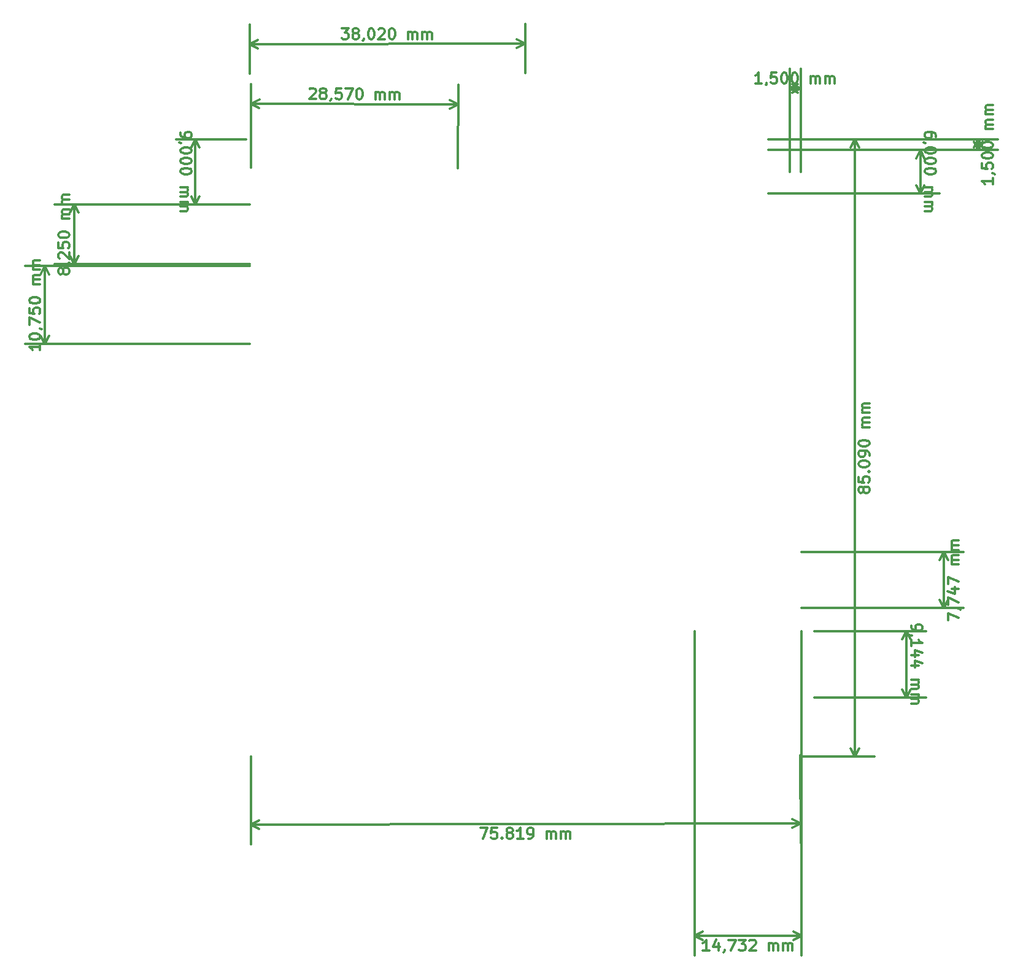
<source format=gbr>
G04 #@! TF.GenerationSoftware,KiCad,Pcbnew,5.1.6-c6e7f7d~86~ubuntu20.04.1*
G04 #@! TF.CreationDate,2020-06-09T07:54:05+01:00*
G04 #@! TF.ProjectId,flypi,666c7970-692e-46b6-9963-61645f706362,rev?*
G04 #@! TF.SameCoordinates,Original*
G04 #@! TF.FileFunction,Other,ECO2*
%FSLAX46Y46*%
G04 Gerber Fmt 4.6, Leading zero omitted, Abs format (unit mm)*
G04 Created by KiCad (PCBNEW 5.1.6-c6e7f7d~86~ubuntu20.04.1) date 2020-06-09 07:54:05*
%MOMM*%
%LPD*%
G01*
G04 APERTURE LIST*
%ADD10C,0.300000*%
G04 APERTURE END LIST*
D10*
X113261147Y-42122758D02*
X113332776Y-42051530D01*
X113475832Y-41980501D01*
X113832974Y-41981501D01*
X113975630Y-42053330D01*
X114046858Y-42124958D01*
X114117887Y-42268015D01*
X114117487Y-42410871D01*
X114045458Y-42624956D01*
X113185919Y-43479695D01*
X114114487Y-43482296D01*
X114974026Y-42627556D02*
X114831370Y-42555728D01*
X114760141Y-42484100D01*
X114689113Y-42341043D01*
X114689313Y-42269615D01*
X114761141Y-42126958D01*
X114832770Y-42055730D01*
X114975826Y-41984702D01*
X115261539Y-41985502D01*
X115404196Y-42057330D01*
X115475424Y-42128958D01*
X115546453Y-42272015D01*
X115546253Y-42343443D01*
X115474424Y-42486100D01*
X115402796Y-42557328D01*
X115259739Y-42628356D01*
X114974026Y-42627556D01*
X114830970Y-42698584D01*
X114759341Y-42769813D01*
X114687513Y-42912469D01*
X114686713Y-43198182D01*
X114757741Y-43341239D01*
X114828969Y-43412867D01*
X114971626Y-43484696D01*
X115257339Y-43485496D01*
X115400396Y-43414467D01*
X115472024Y-43343239D01*
X115543852Y-43200583D01*
X115544652Y-42914869D01*
X115473624Y-42771813D01*
X115402396Y-42700185D01*
X115259739Y-42628356D01*
X116257535Y-43416868D02*
X116257335Y-43488296D01*
X116185507Y-43630952D01*
X116113879Y-43702181D01*
X117618673Y-41992102D02*
X116904390Y-41990102D01*
X116830962Y-42704185D01*
X116902590Y-42632956D01*
X117045647Y-42561928D01*
X117402788Y-42562928D01*
X117545445Y-42634757D01*
X117616673Y-42706385D01*
X117687701Y-42849441D01*
X117686701Y-43206583D01*
X117614873Y-43349239D01*
X117543245Y-43420468D01*
X117400188Y-43491496D01*
X117043047Y-43490496D01*
X116900390Y-43418668D01*
X116829162Y-43347039D01*
X118190099Y-41993702D02*
X119190095Y-41996502D01*
X118543041Y-43494696D01*
X120047235Y-41998902D02*
X120190092Y-41999302D01*
X120332748Y-42071131D01*
X120403976Y-42142759D01*
X120475005Y-42285815D01*
X120545633Y-42571729D01*
X120544633Y-42928870D01*
X120472405Y-43214383D01*
X120400576Y-43357040D01*
X120328948Y-43428268D01*
X120185891Y-43499296D01*
X120043035Y-43498896D01*
X119900378Y-43427068D01*
X119829150Y-43355440D01*
X119758122Y-43212383D01*
X119687493Y-42926470D01*
X119688493Y-42569329D01*
X119760722Y-42283815D01*
X119832550Y-42141159D01*
X119904178Y-42069930D01*
X120047235Y-41998902D01*
X122328740Y-43505297D02*
X122331540Y-42505301D01*
X122331140Y-42648157D02*
X122402768Y-42576929D01*
X122545825Y-42505901D01*
X122760110Y-42506501D01*
X122902767Y-42578329D01*
X122973795Y-42721386D01*
X122971595Y-43507097D01*
X122973795Y-42721386D02*
X123045623Y-42578729D01*
X123188680Y-42507701D01*
X123402965Y-42508301D01*
X123545621Y-42580129D01*
X123616649Y-42723186D01*
X123614449Y-43508897D01*
X124328732Y-43510897D02*
X124331532Y-42510901D01*
X124331132Y-42653757D02*
X124402761Y-42582529D01*
X124545817Y-42511501D01*
X124760102Y-42512101D01*
X124902759Y-42583929D01*
X124973787Y-42726986D01*
X124971587Y-43512697D01*
X124973787Y-42726986D02*
X125045615Y-42584329D01*
X125188672Y-42513301D01*
X125402957Y-42513901D01*
X125545613Y-42585729D01*
X125616642Y-42728786D01*
X125614441Y-43514497D01*
X133754729Y-44208723D02*
X105184729Y-44128723D01*
X133730000Y-53040000D02*
X133762289Y-41508734D01*
X105160000Y-52960000D02*
X105192289Y-41428734D01*
X105184729Y-44128723D02*
X106312870Y-43545459D01*
X105184729Y-44128723D02*
X106309586Y-44718296D01*
X133754729Y-44208723D02*
X132629872Y-43619150D01*
X133754729Y-44208723D02*
X132626588Y-44791987D01*
X76078571Y-77232142D02*
X76078571Y-78089285D01*
X76078571Y-77660714D02*
X74578571Y-77660714D01*
X74792857Y-77803571D01*
X74935714Y-77946428D01*
X75007142Y-78089285D01*
X74578571Y-76303571D02*
X74578571Y-76160714D01*
X74650000Y-76017857D01*
X74721428Y-75946428D01*
X74864285Y-75875000D01*
X75150000Y-75803571D01*
X75507142Y-75803571D01*
X75792857Y-75875000D01*
X75935714Y-75946428D01*
X76007142Y-76017857D01*
X76078571Y-76160714D01*
X76078571Y-76303571D01*
X76007142Y-76446428D01*
X75935714Y-76517857D01*
X75792857Y-76589285D01*
X75507142Y-76660714D01*
X75150000Y-76660714D01*
X74864285Y-76589285D01*
X74721428Y-76517857D01*
X74650000Y-76446428D01*
X74578571Y-76303571D01*
X76007142Y-75089285D02*
X76078571Y-75089285D01*
X76221428Y-75160714D01*
X76292857Y-75232142D01*
X74578571Y-74589285D02*
X74578571Y-73589285D01*
X76078571Y-74232142D01*
X74578571Y-72303571D02*
X74578571Y-73017857D01*
X75292857Y-73089285D01*
X75221428Y-73017857D01*
X75150000Y-72875000D01*
X75150000Y-72517857D01*
X75221428Y-72375000D01*
X75292857Y-72303571D01*
X75435714Y-72232142D01*
X75792857Y-72232142D01*
X75935714Y-72303571D01*
X76007142Y-72375000D01*
X76078571Y-72517857D01*
X76078571Y-72875000D01*
X76007142Y-73017857D01*
X75935714Y-73089285D01*
X74578571Y-71303571D02*
X74578571Y-71160714D01*
X74650000Y-71017857D01*
X74721428Y-70946428D01*
X74864285Y-70875000D01*
X75150000Y-70803571D01*
X75507142Y-70803571D01*
X75792857Y-70875000D01*
X75935714Y-70946428D01*
X76007142Y-71017857D01*
X76078571Y-71160714D01*
X76078571Y-71303571D01*
X76007142Y-71446428D01*
X75935714Y-71517857D01*
X75792857Y-71589285D01*
X75507142Y-71660714D01*
X75150000Y-71660714D01*
X74864285Y-71589285D01*
X74721428Y-71517857D01*
X74650000Y-71446428D01*
X74578571Y-71303571D01*
X76078571Y-69017857D02*
X75078571Y-69017857D01*
X75221428Y-69017857D02*
X75150000Y-68946428D01*
X75078571Y-68803571D01*
X75078571Y-68589285D01*
X75150000Y-68446428D01*
X75292857Y-68375000D01*
X76078571Y-68375000D01*
X75292857Y-68375000D02*
X75150000Y-68303571D01*
X75078571Y-68160714D01*
X75078571Y-67946428D01*
X75150000Y-67803571D01*
X75292857Y-67732142D01*
X76078571Y-67732142D01*
X76078571Y-67017857D02*
X75078571Y-67017857D01*
X75221428Y-67017857D02*
X75150000Y-66946428D01*
X75078571Y-66803571D01*
X75078571Y-66589285D01*
X75150000Y-66446428D01*
X75292857Y-66375000D01*
X76078571Y-66375000D01*
X75292857Y-66375000D02*
X75150000Y-66303571D01*
X75078571Y-66160714D01*
X75078571Y-65946428D01*
X75150000Y-65803571D01*
X75292857Y-65732142D01*
X76078571Y-65732142D01*
X76750000Y-77250000D02*
X76750000Y-66500000D01*
X105000000Y-77250000D02*
X74050000Y-77250000D01*
X105000000Y-66500000D02*
X74050000Y-66500000D01*
X76750000Y-66500000D02*
X77336421Y-67626504D01*
X76750000Y-66500000D02*
X76163579Y-67626504D01*
X76750000Y-77250000D02*
X77336421Y-76123496D01*
X76750000Y-77250000D02*
X76163579Y-76123496D01*
X79221428Y-67339285D02*
X79150000Y-67482142D01*
X79078571Y-67553571D01*
X78935714Y-67625000D01*
X78864285Y-67625000D01*
X78721428Y-67553571D01*
X78650000Y-67482142D01*
X78578571Y-67339285D01*
X78578571Y-67053571D01*
X78650000Y-66910714D01*
X78721428Y-66839285D01*
X78864285Y-66767857D01*
X78935714Y-66767857D01*
X79078571Y-66839285D01*
X79150000Y-66910714D01*
X79221428Y-67053571D01*
X79221428Y-67339285D01*
X79292857Y-67482142D01*
X79364285Y-67553571D01*
X79507142Y-67625000D01*
X79792857Y-67625000D01*
X79935714Y-67553571D01*
X80007142Y-67482142D01*
X80078571Y-67339285D01*
X80078571Y-67053571D01*
X80007142Y-66910714D01*
X79935714Y-66839285D01*
X79792857Y-66767857D01*
X79507142Y-66767857D01*
X79364285Y-66839285D01*
X79292857Y-66910714D01*
X79221428Y-67053571D01*
X80007142Y-66053571D02*
X80078571Y-66053571D01*
X80221428Y-66125000D01*
X80292857Y-66196428D01*
X78721428Y-65482142D02*
X78650000Y-65410714D01*
X78578571Y-65267857D01*
X78578571Y-64910714D01*
X78650000Y-64767857D01*
X78721428Y-64696428D01*
X78864285Y-64625000D01*
X79007142Y-64625000D01*
X79221428Y-64696428D01*
X80078571Y-65553571D01*
X80078571Y-64625000D01*
X78578571Y-63267857D02*
X78578571Y-63982142D01*
X79292857Y-64053571D01*
X79221428Y-63982142D01*
X79150000Y-63839285D01*
X79150000Y-63482142D01*
X79221428Y-63339285D01*
X79292857Y-63267857D01*
X79435714Y-63196428D01*
X79792857Y-63196428D01*
X79935714Y-63267857D01*
X80007142Y-63339285D01*
X80078571Y-63482142D01*
X80078571Y-63839285D01*
X80007142Y-63982142D01*
X79935714Y-64053571D01*
X78578571Y-62267857D02*
X78578571Y-62125000D01*
X78650000Y-61982142D01*
X78721428Y-61910714D01*
X78864285Y-61839285D01*
X79150000Y-61767857D01*
X79507142Y-61767857D01*
X79792857Y-61839285D01*
X79935714Y-61910714D01*
X80007142Y-61982142D01*
X80078571Y-62125000D01*
X80078571Y-62267857D01*
X80007142Y-62410714D01*
X79935714Y-62482142D01*
X79792857Y-62553571D01*
X79507142Y-62625000D01*
X79150000Y-62625000D01*
X78864285Y-62553571D01*
X78721428Y-62482142D01*
X78650000Y-62410714D01*
X78578571Y-62267857D01*
X80078571Y-59982142D02*
X79078571Y-59982142D01*
X79221428Y-59982142D02*
X79150000Y-59910714D01*
X79078571Y-59767857D01*
X79078571Y-59553571D01*
X79150000Y-59410714D01*
X79292857Y-59339285D01*
X80078571Y-59339285D01*
X79292857Y-59339285D02*
X79150000Y-59267857D01*
X79078571Y-59125000D01*
X79078571Y-58910714D01*
X79150000Y-58767857D01*
X79292857Y-58696428D01*
X80078571Y-58696428D01*
X80078571Y-57982142D02*
X79078571Y-57982142D01*
X79221428Y-57982142D02*
X79150000Y-57910714D01*
X79078571Y-57767857D01*
X79078571Y-57553571D01*
X79150000Y-57410714D01*
X79292857Y-57339285D01*
X80078571Y-57339285D01*
X79292857Y-57339285D02*
X79150000Y-57267857D01*
X79078571Y-57125000D01*
X79078571Y-56910714D01*
X79150000Y-56767857D01*
X79292857Y-56696428D01*
X80078571Y-56696428D01*
X80750000Y-66250000D02*
X80750000Y-58000000D01*
X105000000Y-66250000D02*
X78050000Y-66250000D01*
X105000000Y-58000000D02*
X78050000Y-58000000D01*
X80750000Y-58000000D02*
X81336421Y-59126504D01*
X80750000Y-58000000D02*
X80163579Y-59126504D01*
X80750000Y-66250000D02*
X81336421Y-65123496D01*
X80750000Y-66250000D02*
X80163579Y-65123496D01*
X95471428Y-48142857D02*
X95471428Y-48428571D01*
X95542857Y-48571428D01*
X95614285Y-48642857D01*
X95828571Y-48785714D01*
X96114285Y-48857142D01*
X96685714Y-48857142D01*
X96828571Y-48785714D01*
X96900000Y-48714285D01*
X96971428Y-48571428D01*
X96971428Y-48285714D01*
X96900000Y-48142857D01*
X96828571Y-48071428D01*
X96685714Y-48000000D01*
X96328571Y-48000000D01*
X96185714Y-48071428D01*
X96114285Y-48142857D01*
X96042857Y-48285714D01*
X96042857Y-48571428D01*
X96114285Y-48714285D01*
X96185714Y-48785714D01*
X96328571Y-48857142D01*
X95542857Y-49571428D02*
X95471428Y-49571428D01*
X95328571Y-49500000D01*
X95257142Y-49428571D01*
X96971428Y-50500000D02*
X96971428Y-50642857D01*
X96900000Y-50785714D01*
X96828571Y-50857142D01*
X96685714Y-50928571D01*
X96400000Y-51000000D01*
X96042857Y-51000000D01*
X95757142Y-50928571D01*
X95614285Y-50857142D01*
X95542857Y-50785714D01*
X95471428Y-50642857D01*
X95471428Y-50500000D01*
X95542857Y-50357142D01*
X95614285Y-50285714D01*
X95757142Y-50214285D01*
X96042857Y-50142857D01*
X96400000Y-50142857D01*
X96685714Y-50214285D01*
X96828571Y-50285714D01*
X96900000Y-50357142D01*
X96971428Y-50500000D01*
X96971428Y-51928571D02*
X96971428Y-52071428D01*
X96900000Y-52214285D01*
X96828571Y-52285714D01*
X96685714Y-52357142D01*
X96400000Y-52428571D01*
X96042857Y-52428571D01*
X95757142Y-52357142D01*
X95614285Y-52285714D01*
X95542857Y-52214285D01*
X95471428Y-52071428D01*
X95471428Y-51928571D01*
X95542857Y-51785714D01*
X95614285Y-51714285D01*
X95757142Y-51642857D01*
X96042857Y-51571428D01*
X96400000Y-51571428D01*
X96685714Y-51642857D01*
X96828571Y-51714285D01*
X96900000Y-51785714D01*
X96971428Y-51928571D01*
X96971428Y-53357142D02*
X96971428Y-53500000D01*
X96900000Y-53642857D01*
X96828571Y-53714285D01*
X96685714Y-53785714D01*
X96400000Y-53857142D01*
X96042857Y-53857142D01*
X95757142Y-53785714D01*
X95614285Y-53714285D01*
X95542857Y-53642857D01*
X95471428Y-53500000D01*
X95471428Y-53357142D01*
X95542857Y-53214285D01*
X95614285Y-53142857D01*
X95757142Y-53071428D01*
X96042857Y-53000000D01*
X96400000Y-53000000D01*
X96685714Y-53071428D01*
X96828571Y-53142857D01*
X96900000Y-53214285D01*
X96971428Y-53357142D01*
X95471428Y-55642857D02*
X96471428Y-55642857D01*
X96328571Y-55642857D02*
X96400000Y-55714285D01*
X96471428Y-55857142D01*
X96471428Y-56071428D01*
X96400000Y-56214285D01*
X96257142Y-56285714D01*
X95471428Y-56285714D01*
X96257142Y-56285714D02*
X96400000Y-56357142D01*
X96471428Y-56500000D01*
X96471428Y-56714285D01*
X96400000Y-56857142D01*
X96257142Y-56928571D01*
X95471428Y-56928571D01*
X95471428Y-57642857D02*
X96471428Y-57642857D01*
X96328571Y-57642857D02*
X96400000Y-57714285D01*
X96471428Y-57857142D01*
X96471428Y-58071428D01*
X96400000Y-58214285D01*
X96257142Y-58285714D01*
X95471428Y-58285714D01*
X96257142Y-58285714D02*
X96400000Y-58357142D01*
X96471428Y-58500000D01*
X96471428Y-58714285D01*
X96400000Y-58857142D01*
X96257142Y-58928571D01*
X95471428Y-58928571D01*
X97500000Y-49000000D02*
X97500000Y-58000000D01*
X104500000Y-49000000D02*
X94800000Y-49000000D01*
X104500000Y-58000000D02*
X94800000Y-58000000D01*
X97500000Y-58000000D02*
X96913579Y-56873496D01*
X97500000Y-58000000D02*
X98086421Y-56873496D01*
X97500000Y-49000000D02*
X96913579Y-50126504D01*
X97500000Y-49000000D02*
X98086421Y-50126504D01*
X175607142Y-41328571D02*
X174750000Y-41328571D01*
X175178571Y-41328571D02*
X175178571Y-39828571D01*
X175035714Y-40042857D01*
X174892857Y-40185714D01*
X174750000Y-40257142D01*
X176321428Y-41257142D02*
X176321428Y-41328571D01*
X176250000Y-41471428D01*
X176178571Y-41542857D01*
X177678571Y-39828571D02*
X176964285Y-39828571D01*
X176892857Y-40542857D01*
X176964285Y-40471428D01*
X177107142Y-40400000D01*
X177464285Y-40400000D01*
X177607142Y-40471428D01*
X177678571Y-40542857D01*
X177750000Y-40685714D01*
X177750000Y-41042857D01*
X177678571Y-41185714D01*
X177607142Y-41257142D01*
X177464285Y-41328571D01*
X177107142Y-41328571D01*
X176964285Y-41257142D01*
X176892857Y-41185714D01*
X178678571Y-39828571D02*
X178821428Y-39828571D01*
X178964285Y-39900000D01*
X179035714Y-39971428D01*
X179107142Y-40114285D01*
X179178571Y-40400000D01*
X179178571Y-40757142D01*
X179107142Y-41042857D01*
X179035714Y-41185714D01*
X178964285Y-41257142D01*
X178821428Y-41328571D01*
X178678571Y-41328571D01*
X178535714Y-41257142D01*
X178464285Y-41185714D01*
X178392857Y-41042857D01*
X178321428Y-40757142D01*
X178321428Y-40400000D01*
X178392857Y-40114285D01*
X178464285Y-39971428D01*
X178535714Y-39900000D01*
X178678571Y-39828571D01*
X180107142Y-39828571D02*
X180250000Y-39828571D01*
X180392857Y-39900000D01*
X180464285Y-39971428D01*
X180535714Y-40114285D01*
X180607142Y-40400000D01*
X180607142Y-40757142D01*
X180535714Y-41042857D01*
X180464285Y-41185714D01*
X180392857Y-41257142D01*
X180250000Y-41328571D01*
X180107142Y-41328571D01*
X179964285Y-41257142D01*
X179892857Y-41185714D01*
X179821428Y-41042857D01*
X179750000Y-40757142D01*
X179750000Y-40400000D01*
X179821428Y-40114285D01*
X179892857Y-39971428D01*
X179964285Y-39900000D01*
X180107142Y-39828571D01*
X182392857Y-41328571D02*
X182392857Y-40328571D01*
X182392857Y-40471428D02*
X182464285Y-40400000D01*
X182607142Y-40328571D01*
X182821428Y-40328571D01*
X182964285Y-40400000D01*
X183035714Y-40542857D01*
X183035714Y-41328571D01*
X183035714Y-40542857D02*
X183107142Y-40400000D01*
X183250000Y-40328571D01*
X183464285Y-40328571D01*
X183607142Y-40400000D01*
X183678571Y-40542857D01*
X183678571Y-41328571D01*
X184392857Y-41328571D02*
X184392857Y-40328571D01*
X184392857Y-40471428D02*
X184464285Y-40400000D01*
X184607142Y-40328571D01*
X184821428Y-40328571D01*
X184964285Y-40400000D01*
X185035714Y-40542857D01*
X185035714Y-41328571D01*
X185035714Y-40542857D02*
X185107142Y-40400000D01*
X185250000Y-40328571D01*
X185464285Y-40328571D01*
X185607142Y-40400000D01*
X185678571Y-40542857D01*
X185678571Y-41328571D01*
X179500000Y-42000000D02*
X181000000Y-42000000D01*
X179500000Y-53500000D02*
X179500000Y-39300000D01*
X181000000Y-53500000D02*
X181000000Y-39300000D01*
X181000000Y-42000000D02*
X179873496Y-42586421D01*
X181000000Y-42000000D02*
X179873496Y-41413579D01*
X179500000Y-42000000D02*
X180626504Y-42586421D01*
X179500000Y-42000000D02*
X180626504Y-41413579D01*
X207528571Y-54392857D02*
X207528571Y-55250000D01*
X207528571Y-54821428D02*
X206028571Y-54821428D01*
X206242857Y-54964285D01*
X206385714Y-55107142D01*
X206457142Y-55250000D01*
X207457142Y-53678571D02*
X207528571Y-53678571D01*
X207671428Y-53750000D01*
X207742857Y-53821428D01*
X206028571Y-52321428D02*
X206028571Y-53035714D01*
X206742857Y-53107142D01*
X206671428Y-53035714D01*
X206600000Y-52892857D01*
X206600000Y-52535714D01*
X206671428Y-52392857D01*
X206742857Y-52321428D01*
X206885714Y-52250000D01*
X207242857Y-52250000D01*
X207385714Y-52321428D01*
X207457142Y-52392857D01*
X207528571Y-52535714D01*
X207528571Y-52892857D01*
X207457142Y-53035714D01*
X207385714Y-53107142D01*
X206028571Y-51321428D02*
X206028571Y-51178571D01*
X206100000Y-51035714D01*
X206171428Y-50964285D01*
X206314285Y-50892857D01*
X206600000Y-50821428D01*
X206957142Y-50821428D01*
X207242857Y-50892857D01*
X207385714Y-50964285D01*
X207457142Y-51035714D01*
X207528571Y-51178571D01*
X207528571Y-51321428D01*
X207457142Y-51464285D01*
X207385714Y-51535714D01*
X207242857Y-51607142D01*
X206957142Y-51678571D01*
X206600000Y-51678571D01*
X206314285Y-51607142D01*
X206171428Y-51535714D01*
X206100000Y-51464285D01*
X206028571Y-51321428D01*
X206028571Y-49892857D02*
X206028571Y-49750000D01*
X206100000Y-49607142D01*
X206171428Y-49535714D01*
X206314285Y-49464285D01*
X206600000Y-49392857D01*
X206957142Y-49392857D01*
X207242857Y-49464285D01*
X207385714Y-49535714D01*
X207457142Y-49607142D01*
X207528571Y-49750000D01*
X207528571Y-49892857D01*
X207457142Y-50035714D01*
X207385714Y-50107142D01*
X207242857Y-50178571D01*
X206957142Y-50250000D01*
X206600000Y-50250000D01*
X206314285Y-50178571D01*
X206171428Y-50107142D01*
X206100000Y-50035714D01*
X206028571Y-49892857D01*
X207528571Y-47607142D02*
X206528571Y-47607142D01*
X206671428Y-47607142D02*
X206600000Y-47535714D01*
X206528571Y-47392857D01*
X206528571Y-47178571D01*
X206600000Y-47035714D01*
X206742857Y-46964285D01*
X207528571Y-46964285D01*
X206742857Y-46964285D02*
X206600000Y-46892857D01*
X206528571Y-46750000D01*
X206528571Y-46535714D01*
X206600000Y-46392857D01*
X206742857Y-46321428D01*
X207528571Y-46321428D01*
X207528571Y-45607142D02*
X206528571Y-45607142D01*
X206671428Y-45607142D02*
X206600000Y-45535714D01*
X206528571Y-45392857D01*
X206528571Y-45178571D01*
X206600000Y-45035714D01*
X206742857Y-44964285D01*
X207528571Y-44964285D01*
X206742857Y-44964285D02*
X206600000Y-44892857D01*
X206528571Y-44750000D01*
X206528571Y-44535714D01*
X206600000Y-44392857D01*
X206742857Y-44321428D01*
X207528571Y-44321428D01*
X205500000Y-50500000D02*
X205500000Y-49000000D01*
X176500000Y-50500000D02*
X208200000Y-50500000D01*
X176500000Y-49000000D02*
X208200000Y-49000000D01*
X205500000Y-49000000D02*
X206086421Y-50126504D01*
X205500000Y-49000000D02*
X204913579Y-50126504D01*
X205500000Y-50500000D02*
X206086421Y-49373496D01*
X205500000Y-50500000D02*
X204913579Y-49373496D01*
X199671428Y-48714285D02*
X199671428Y-48428571D01*
X199600000Y-48285714D01*
X199528571Y-48214285D01*
X199314285Y-48071428D01*
X199028571Y-48000000D01*
X198457142Y-48000000D01*
X198314285Y-48071428D01*
X198242857Y-48142857D01*
X198171428Y-48285714D01*
X198171428Y-48571428D01*
X198242857Y-48714285D01*
X198314285Y-48785714D01*
X198457142Y-48857142D01*
X198814285Y-48857142D01*
X198957142Y-48785714D01*
X199028571Y-48714285D01*
X199100000Y-48571428D01*
X199100000Y-48285714D01*
X199028571Y-48142857D01*
X198957142Y-48071428D01*
X198814285Y-48000000D01*
X198242857Y-49571428D02*
X198171428Y-49571428D01*
X198028571Y-49500000D01*
X197957142Y-49428571D01*
X199671428Y-50500000D02*
X199671428Y-50642857D01*
X199600000Y-50785714D01*
X199528571Y-50857142D01*
X199385714Y-50928571D01*
X199100000Y-51000000D01*
X198742857Y-51000000D01*
X198457142Y-50928571D01*
X198314285Y-50857142D01*
X198242857Y-50785714D01*
X198171428Y-50642857D01*
X198171428Y-50500000D01*
X198242857Y-50357142D01*
X198314285Y-50285714D01*
X198457142Y-50214285D01*
X198742857Y-50142857D01*
X199100000Y-50142857D01*
X199385714Y-50214285D01*
X199528571Y-50285714D01*
X199600000Y-50357142D01*
X199671428Y-50500000D01*
X199671428Y-51928571D02*
X199671428Y-52071428D01*
X199600000Y-52214285D01*
X199528571Y-52285714D01*
X199385714Y-52357142D01*
X199100000Y-52428571D01*
X198742857Y-52428571D01*
X198457142Y-52357142D01*
X198314285Y-52285714D01*
X198242857Y-52214285D01*
X198171428Y-52071428D01*
X198171428Y-51928571D01*
X198242857Y-51785714D01*
X198314285Y-51714285D01*
X198457142Y-51642857D01*
X198742857Y-51571428D01*
X199100000Y-51571428D01*
X199385714Y-51642857D01*
X199528571Y-51714285D01*
X199600000Y-51785714D01*
X199671428Y-51928571D01*
X199671428Y-53357142D02*
X199671428Y-53500000D01*
X199600000Y-53642857D01*
X199528571Y-53714285D01*
X199385714Y-53785714D01*
X199100000Y-53857142D01*
X198742857Y-53857142D01*
X198457142Y-53785714D01*
X198314285Y-53714285D01*
X198242857Y-53642857D01*
X198171428Y-53500000D01*
X198171428Y-53357142D01*
X198242857Y-53214285D01*
X198314285Y-53142857D01*
X198457142Y-53071428D01*
X198742857Y-53000000D01*
X199100000Y-53000000D01*
X199385714Y-53071428D01*
X199528571Y-53142857D01*
X199600000Y-53214285D01*
X199671428Y-53357142D01*
X198171428Y-55642857D02*
X199171428Y-55642857D01*
X199028571Y-55642857D02*
X199100000Y-55714285D01*
X199171428Y-55857142D01*
X199171428Y-56071428D01*
X199100000Y-56214285D01*
X198957142Y-56285714D01*
X198171428Y-56285714D01*
X198957142Y-56285714D02*
X199100000Y-56357142D01*
X199171428Y-56500000D01*
X199171428Y-56714285D01*
X199100000Y-56857142D01*
X198957142Y-56928571D01*
X198171428Y-56928571D01*
X198171428Y-57642857D02*
X199171428Y-57642857D01*
X199028571Y-57642857D02*
X199100000Y-57714285D01*
X199171428Y-57857142D01*
X199171428Y-58071428D01*
X199100000Y-58214285D01*
X198957142Y-58285714D01*
X198171428Y-58285714D01*
X198957142Y-58285714D02*
X199100000Y-58357142D01*
X199171428Y-58500000D01*
X199171428Y-58714285D01*
X199100000Y-58857142D01*
X198957142Y-58928571D01*
X198171428Y-58928571D01*
X197500000Y-50500000D02*
X197500000Y-56500000D01*
X176500000Y-50500000D02*
X200200000Y-50500000D01*
X176500000Y-56500000D02*
X200200000Y-56500000D01*
X197500000Y-56500000D02*
X196913579Y-55373496D01*
X197500000Y-56500000D02*
X198086421Y-55373496D01*
X197500000Y-50500000D02*
X196913579Y-51626504D01*
X197500000Y-50500000D02*
X198086421Y-51626504D01*
X201315571Y-115362928D02*
X201315571Y-114362928D01*
X202815571Y-115005785D01*
X202744142Y-113720071D02*
X202815571Y-113720071D01*
X202958428Y-113791500D01*
X203029857Y-113862928D01*
X201315571Y-113220071D02*
X201315571Y-112220071D01*
X202815571Y-112862928D01*
X201815571Y-111005785D02*
X202815571Y-111005785D01*
X201244142Y-111362928D02*
X202315571Y-111720071D01*
X202315571Y-110791500D01*
X201315571Y-110362928D02*
X201315571Y-109362928D01*
X202815571Y-110005785D01*
X202815571Y-107648642D02*
X201815571Y-107648642D01*
X201958428Y-107648642D02*
X201887000Y-107577214D01*
X201815571Y-107434357D01*
X201815571Y-107220071D01*
X201887000Y-107077214D01*
X202029857Y-107005785D01*
X202815571Y-107005785D01*
X202029857Y-107005785D02*
X201887000Y-106934357D01*
X201815571Y-106791500D01*
X201815571Y-106577214D01*
X201887000Y-106434357D01*
X202029857Y-106362928D01*
X202815571Y-106362928D01*
X202815571Y-105648642D02*
X201815571Y-105648642D01*
X201958428Y-105648642D02*
X201887000Y-105577214D01*
X201815571Y-105434357D01*
X201815571Y-105220071D01*
X201887000Y-105077214D01*
X202029857Y-105005785D01*
X202815571Y-105005785D01*
X202029857Y-105005785D02*
X201887000Y-104934357D01*
X201815571Y-104791500D01*
X201815571Y-104577214D01*
X201887000Y-104434357D01*
X202029857Y-104362928D01*
X202815571Y-104362928D01*
X200787000Y-113665000D02*
X200787000Y-105918000D01*
X181102000Y-113665000D02*
X203487000Y-113665000D01*
X181102000Y-105918000D02*
X203487000Y-105918000D01*
X200787000Y-105918000D02*
X201373421Y-107044504D01*
X200787000Y-105918000D02*
X200200579Y-107044504D01*
X200787000Y-113665000D02*
X201373421Y-112538496D01*
X200787000Y-113665000D02*
X200200579Y-112538496D01*
X168378857Y-160905571D02*
X167521714Y-160905571D01*
X167950285Y-160905571D02*
X167950285Y-159405571D01*
X167807428Y-159619857D01*
X167664571Y-159762714D01*
X167521714Y-159834142D01*
X169664571Y-159905571D02*
X169664571Y-160905571D01*
X169307428Y-159334142D02*
X168950285Y-160405571D01*
X169878857Y-160405571D01*
X170521714Y-160834142D02*
X170521714Y-160905571D01*
X170450285Y-161048428D01*
X170378857Y-161119857D01*
X171021714Y-159405571D02*
X172021714Y-159405571D01*
X171378857Y-160905571D01*
X172450285Y-159405571D02*
X173378857Y-159405571D01*
X172878857Y-159977000D01*
X173093142Y-159977000D01*
X173236000Y-160048428D01*
X173307428Y-160119857D01*
X173378857Y-160262714D01*
X173378857Y-160619857D01*
X173307428Y-160762714D01*
X173236000Y-160834142D01*
X173093142Y-160905571D01*
X172664571Y-160905571D01*
X172521714Y-160834142D01*
X172450285Y-160762714D01*
X173950285Y-159548428D02*
X174021714Y-159477000D01*
X174164571Y-159405571D01*
X174521714Y-159405571D01*
X174664571Y-159477000D01*
X174736000Y-159548428D01*
X174807428Y-159691285D01*
X174807428Y-159834142D01*
X174736000Y-160048428D01*
X173878857Y-160905571D01*
X174807428Y-160905571D01*
X176593142Y-160905571D02*
X176593142Y-159905571D01*
X176593142Y-160048428D02*
X176664571Y-159977000D01*
X176807428Y-159905571D01*
X177021714Y-159905571D01*
X177164571Y-159977000D01*
X177236000Y-160119857D01*
X177236000Y-160905571D01*
X177236000Y-160119857D02*
X177307428Y-159977000D01*
X177450285Y-159905571D01*
X177664571Y-159905571D01*
X177807428Y-159977000D01*
X177878857Y-160119857D01*
X177878857Y-160905571D01*
X178593142Y-160905571D02*
X178593142Y-159905571D01*
X178593142Y-160048428D02*
X178664571Y-159977000D01*
X178807428Y-159905571D01*
X179021714Y-159905571D01*
X179164571Y-159977000D01*
X179236000Y-160119857D01*
X179236000Y-160905571D01*
X179236000Y-160119857D02*
X179307428Y-159977000D01*
X179450285Y-159905571D01*
X179664571Y-159905571D01*
X179807428Y-159977000D01*
X179878857Y-160119857D01*
X179878857Y-160905571D01*
X166370000Y-158877000D02*
X181102000Y-158877000D01*
X166370000Y-116840000D02*
X166370000Y-161577000D01*
X181102000Y-116840000D02*
X181102000Y-161577000D01*
X181102000Y-158877000D02*
X179975496Y-159463421D01*
X181102000Y-158877000D02*
X179975496Y-158290579D01*
X166370000Y-158877000D02*
X167496504Y-159463421D01*
X166370000Y-158877000D02*
X167496504Y-158290579D01*
X196251428Y-116054857D02*
X196251428Y-116340571D01*
X196322857Y-116483428D01*
X196394285Y-116554857D01*
X196608571Y-116697714D01*
X196894285Y-116769142D01*
X197465714Y-116769142D01*
X197608571Y-116697714D01*
X197680000Y-116626285D01*
X197751428Y-116483428D01*
X197751428Y-116197714D01*
X197680000Y-116054857D01*
X197608571Y-115983428D01*
X197465714Y-115912000D01*
X197108571Y-115912000D01*
X196965714Y-115983428D01*
X196894285Y-116054857D01*
X196822857Y-116197714D01*
X196822857Y-116483428D01*
X196894285Y-116626285D01*
X196965714Y-116697714D01*
X197108571Y-116769142D01*
X196322857Y-117483428D02*
X196251428Y-117483428D01*
X196108571Y-117412000D01*
X196037142Y-117340571D01*
X196251428Y-118912000D02*
X196251428Y-118054857D01*
X196251428Y-118483428D02*
X197751428Y-118483428D01*
X197537142Y-118340571D01*
X197394285Y-118197714D01*
X197322857Y-118054857D01*
X197251428Y-120197714D02*
X196251428Y-120197714D01*
X197822857Y-119840571D02*
X196751428Y-119483428D01*
X196751428Y-120412000D01*
X197251428Y-121626285D02*
X196251428Y-121626285D01*
X197822857Y-121269142D02*
X196751428Y-120912000D01*
X196751428Y-121840571D01*
X196251428Y-123554857D02*
X197251428Y-123554857D01*
X197108571Y-123554857D02*
X197180000Y-123626285D01*
X197251428Y-123769142D01*
X197251428Y-123983428D01*
X197180000Y-124126285D01*
X197037142Y-124197714D01*
X196251428Y-124197714D01*
X197037142Y-124197714D02*
X197180000Y-124269142D01*
X197251428Y-124412000D01*
X197251428Y-124626285D01*
X197180000Y-124769142D01*
X197037142Y-124840571D01*
X196251428Y-124840571D01*
X196251428Y-125554857D02*
X197251428Y-125554857D01*
X197108571Y-125554857D02*
X197180000Y-125626285D01*
X197251428Y-125769142D01*
X197251428Y-125983428D01*
X197180000Y-126126285D01*
X197037142Y-126197714D01*
X196251428Y-126197714D01*
X197037142Y-126197714D02*
X197180000Y-126269142D01*
X197251428Y-126412000D01*
X197251428Y-126626285D01*
X197180000Y-126769142D01*
X197037142Y-126840571D01*
X196251428Y-126840571D01*
X195580000Y-116840000D02*
X195580000Y-125984000D01*
X182880000Y-116840000D02*
X198280000Y-116840000D01*
X182880000Y-125984000D02*
X198280000Y-125984000D01*
X195580000Y-125984000D02*
X194993579Y-124857496D01*
X195580000Y-125984000D02*
X196166421Y-124857496D01*
X195580000Y-116840000D02*
X194993579Y-117966504D01*
X195580000Y-116840000D02*
X196166421Y-117966504D01*
X136796421Y-143985785D02*
X137796420Y-143984110D01*
X137156076Y-145485185D01*
X139082132Y-143981956D02*
X138367847Y-143983153D01*
X138297615Y-144697557D01*
X138368924Y-144626009D01*
X138511662Y-144554341D01*
X138868804Y-144553743D01*
X139011781Y-144624932D01*
X139083329Y-144696241D01*
X139154996Y-144838978D01*
X139155595Y-145196121D01*
X139084405Y-145339097D01*
X139013097Y-145410645D01*
X138870359Y-145482313D01*
X138513217Y-145482911D01*
X138370240Y-145411722D01*
X138298692Y-145340413D01*
X139798690Y-145337901D02*
X139870238Y-145409210D01*
X139798929Y-145480758D01*
X139727381Y-145409449D01*
X139798690Y-145337901D01*
X139798929Y-145480758D01*
X140726064Y-144622061D02*
X140583087Y-144550871D01*
X140511539Y-144479563D01*
X140439871Y-144336825D01*
X140439752Y-144265397D01*
X140510941Y-144122420D01*
X140582250Y-144050872D01*
X140724987Y-143979204D01*
X141010701Y-143978726D01*
X141153677Y-144049915D01*
X141225226Y-144121224D01*
X141296893Y-144263961D01*
X141297013Y-144335390D01*
X141225824Y-144478366D01*
X141154515Y-144549914D01*
X141011778Y-144621582D01*
X140726064Y-144622061D01*
X140583327Y-144693728D01*
X140512018Y-144765277D01*
X140440829Y-144908253D01*
X140441307Y-145193967D01*
X140512975Y-145336704D01*
X140584523Y-145408013D01*
X140727500Y-145479202D01*
X141013213Y-145478724D01*
X141155951Y-145407056D01*
X141227260Y-145335508D01*
X141298449Y-145192531D01*
X141297970Y-144906817D01*
X141226302Y-144764080D01*
X141154754Y-144692771D01*
X141011778Y-144621582D01*
X142727497Y-145475852D02*
X141870355Y-145477288D01*
X142298926Y-145476570D02*
X142296413Y-143976572D01*
X142153915Y-144191097D01*
X142011298Y-144334193D01*
X141868560Y-144405861D01*
X143441781Y-145474656D02*
X143727495Y-145474177D01*
X143870233Y-145402509D01*
X143941541Y-145330961D01*
X144084040Y-145116437D01*
X144154989Y-144830603D01*
X144154032Y-144259175D01*
X144082364Y-144116438D01*
X144010816Y-144045129D01*
X143867840Y-143973940D01*
X143582126Y-143974419D01*
X143439389Y-144046086D01*
X143368080Y-144117634D01*
X143296891Y-144260611D01*
X143297489Y-144617753D01*
X143369157Y-144760491D01*
X143440705Y-144831800D01*
X143583681Y-144902989D01*
X143869395Y-144902510D01*
X144012132Y-144830842D01*
X144083441Y-144759294D01*
X144154630Y-144616318D01*
X145941778Y-145470468D02*
X145940103Y-144470470D01*
X145940342Y-144613326D02*
X146011651Y-144541778D01*
X146154388Y-144470111D01*
X146368674Y-144469752D01*
X146511650Y-144540941D01*
X146583318Y-144683678D01*
X146584634Y-145469391D01*
X146583318Y-144683678D02*
X146654507Y-144540702D01*
X146797245Y-144469034D01*
X147011530Y-144468675D01*
X147154507Y-144539864D01*
X147226174Y-144682601D01*
X147227490Y-145468315D01*
X147941775Y-145467118D02*
X147940100Y-144467119D01*
X147940339Y-144609976D02*
X148011648Y-144538428D01*
X148154386Y-144466761D01*
X148368671Y-144466402D01*
X148511648Y-144537591D01*
X148583315Y-144680328D01*
X148584631Y-145466041D01*
X148583315Y-144680328D02*
X148654504Y-144537351D01*
X148797242Y-144465684D01*
X149011527Y-144465325D01*
X149154504Y-144536514D01*
X149226172Y-144679251D01*
X149227488Y-145464964D01*
X180990742Y-143383186D02*
X105171742Y-143510186D01*
X180975000Y-133985000D02*
X180995265Y-146083182D01*
X105156000Y-134112000D02*
X105176265Y-146210182D01*
X105171742Y-143510186D02*
X106297262Y-142921879D01*
X105171742Y-143510186D02*
X106299226Y-144094719D01*
X180990742Y-143383186D02*
X179863258Y-142798653D01*
X180990742Y-143383186D02*
X179865222Y-143971493D01*
X189639428Y-97495571D02*
X189568000Y-97638428D01*
X189496571Y-97709857D01*
X189353714Y-97781285D01*
X189282285Y-97781285D01*
X189139428Y-97709857D01*
X189068000Y-97638428D01*
X188996571Y-97495571D01*
X188996571Y-97209857D01*
X189068000Y-97067000D01*
X189139428Y-96995571D01*
X189282285Y-96924142D01*
X189353714Y-96924142D01*
X189496571Y-96995571D01*
X189568000Y-97067000D01*
X189639428Y-97209857D01*
X189639428Y-97495571D01*
X189710857Y-97638428D01*
X189782285Y-97709857D01*
X189925142Y-97781285D01*
X190210857Y-97781285D01*
X190353714Y-97709857D01*
X190425142Y-97638428D01*
X190496571Y-97495571D01*
X190496571Y-97209857D01*
X190425142Y-97067000D01*
X190353714Y-96995571D01*
X190210857Y-96924142D01*
X189925142Y-96924142D01*
X189782285Y-96995571D01*
X189710857Y-97067000D01*
X189639428Y-97209857D01*
X188996571Y-95567000D02*
X188996571Y-96281285D01*
X189710857Y-96352714D01*
X189639428Y-96281285D01*
X189568000Y-96138428D01*
X189568000Y-95781285D01*
X189639428Y-95638428D01*
X189710857Y-95567000D01*
X189853714Y-95495571D01*
X190210857Y-95495571D01*
X190353714Y-95567000D01*
X190425142Y-95638428D01*
X190496571Y-95781285D01*
X190496571Y-96138428D01*
X190425142Y-96281285D01*
X190353714Y-96352714D01*
X190353714Y-94852714D02*
X190425142Y-94781285D01*
X190496571Y-94852714D01*
X190425142Y-94924142D01*
X190353714Y-94852714D01*
X190496571Y-94852714D01*
X188996571Y-93852714D02*
X188996571Y-93709857D01*
X189068000Y-93567000D01*
X189139428Y-93495571D01*
X189282285Y-93424142D01*
X189568000Y-93352714D01*
X189925142Y-93352714D01*
X190210857Y-93424142D01*
X190353714Y-93495571D01*
X190425142Y-93567000D01*
X190496571Y-93709857D01*
X190496571Y-93852714D01*
X190425142Y-93995571D01*
X190353714Y-94067000D01*
X190210857Y-94138428D01*
X189925142Y-94209857D01*
X189568000Y-94209857D01*
X189282285Y-94138428D01*
X189139428Y-94067000D01*
X189068000Y-93995571D01*
X188996571Y-93852714D01*
X190496571Y-92638428D02*
X190496571Y-92352714D01*
X190425142Y-92209857D01*
X190353714Y-92138428D01*
X190139428Y-91995571D01*
X189853714Y-91924142D01*
X189282285Y-91924142D01*
X189139428Y-91995571D01*
X189068000Y-92067000D01*
X188996571Y-92209857D01*
X188996571Y-92495571D01*
X189068000Y-92638428D01*
X189139428Y-92709857D01*
X189282285Y-92781285D01*
X189639428Y-92781285D01*
X189782285Y-92709857D01*
X189853714Y-92638428D01*
X189925142Y-92495571D01*
X189925142Y-92209857D01*
X189853714Y-92067000D01*
X189782285Y-91995571D01*
X189639428Y-91924142D01*
X188996571Y-90995571D02*
X188996571Y-90852714D01*
X189068000Y-90709857D01*
X189139428Y-90638428D01*
X189282285Y-90567000D01*
X189568000Y-90495571D01*
X189925142Y-90495571D01*
X190210857Y-90567000D01*
X190353714Y-90638428D01*
X190425142Y-90709857D01*
X190496571Y-90852714D01*
X190496571Y-90995571D01*
X190425142Y-91138428D01*
X190353714Y-91209857D01*
X190210857Y-91281285D01*
X189925142Y-91352714D01*
X189568000Y-91352714D01*
X189282285Y-91281285D01*
X189139428Y-91209857D01*
X189068000Y-91138428D01*
X188996571Y-90995571D01*
X190496571Y-88709857D02*
X189496571Y-88709857D01*
X189639428Y-88709857D02*
X189568000Y-88638428D01*
X189496571Y-88495571D01*
X189496571Y-88281285D01*
X189568000Y-88138428D01*
X189710857Y-88067000D01*
X190496571Y-88067000D01*
X189710857Y-88067000D02*
X189568000Y-87995571D01*
X189496571Y-87852714D01*
X189496571Y-87638428D01*
X189568000Y-87495571D01*
X189710857Y-87424142D01*
X190496571Y-87424142D01*
X190496571Y-86709857D02*
X189496571Y-86709857D01*
X189639428Y-86709857D02*
X189568000Y-86638428D01*
X189496571Y-86495571D01*
X189496571Y-86281285D01*
X189568000Y-86138428D01*
X189710857Y-86067000D01*
X190496571Y-86067000D01*
X189710857Y-86067000D02*
X189568000Y-85995571D01*
X189496571Y-85852714D01*
X189496571Y-85638428D01*
X189568000Y-85495571D01*
X189710857Y-85424142D01*
X190496571Y-85424142D01*
X188468000Y-134112000D02*
X188468000Y-49022000D01*
X181102000Y-134112000D02*
X191168000Y-134112000D01*
X181102000Y-49022000D02*
X191168000Y-49022000D01*
X188468000Y-49022000D02*
X189054421Y-50148504D01*
X188468000Y-49022000D02*
X187881579Y-50148504D01*
X188468000Y-134112000D02*
X189054421Y-132985496D01*
X188468000Y-134112000D02*
X187881579Y-132985496D01*
X117681240Y-33736786D02*
X118609809Y-33734832D01*
X118111013Y-34307311D01*
X118325298Y-34306860D01*
X118468305Y-34377988D01*
X118539884Y-34449266D01*
X118611613Y-34591973D01*
X118612364Y-34949115D01*
X118541236Y-35092122D01*
X118469958Y-35163701D01*
X118327252Y-35235430D01*
X117898681Y-35236332D01*
X117755674Y-35165204D01*
X117684095Y-35093926D01*
X119468303Y-34375884D02*
X119325296Y-34304756D01*
X119253717Y-34233478D01*
X119181988Y-34090772D01*
X119181838Y-34019343D01*
X119252965Y-33876336D01*
X119324244Y-33804757D01*
X119466950Y-33733028D01*
X119752664Y-33732427D01*
X119895671Y-33803555D01*
X119967250Y-33874833D01*
X120038979Y-34017540D01*
X120039129Y-34088968D01*
X119968001Y-34231975D01*
X119896723Y-34303554D01*
X119754016Y-34375283D01*
X119468303Y-34375884D01*
X119325596Y-34447613D01*
X119254318Y-34519192D01*
X119183190Y-34662199D01*
X119183791Y-34947913D01*
X119255520Y-35090619D01*
X119327099Y-35161897D01*
X119470106Y-35233025D01*
X119755820Y-35232424D01*
X119898526Y-35160695D01*
X119969805Y-35089116D01*
X120040932Y-34946109D01*
X120040331Y-34660395D01*
X119968602Y-34517689D01*
X119897023Y-34446411D01*
X119754016Y-34375283D01*
X120755667Y-35158891D02*
X120755818Y-35230320D01*
X120684690Y-35373327D01*
X120613412Y-35444906D01*
X121681231Y-33728369D02*
X121824088Y-33728069D01*
X121967095Y-33799196D01*
X122038674Y-33870475D01*
X122110403Y-34013181D01*
X122182432Y-34298744D01*
X122183184Y-34655887D01*
X122112356Y-34941750D01*
X122041229Y-35084758D01*
X121969950Y-35156336D01*
X121827244Y-35228065D01*
X121684387Y-35228366D01*
X121541380Y-35157238D01*
X121469801Y-35085960D01*
X121398072Y-34943253D01*
X121326043Y-34657690D01*
X121325291Y-34300548D01*
X121396118Y-34014684D01*
X121467246Y-33871677D01*
X121538524Y-33800098D01*
X121681231Y-33728369D01*
X122752958Y-33868972D02*
X122824236Y-33797393D01*
X122966942Y-33725664D01*
X123324084Y-33724912D01*
X123467091Y-33796040D01*
X123538670Y-33867318D01*
X123610399Y-34010025D01*
X123610700Y-34152882D01*
X123539722Y-34367317D01*
X122684385Y-35226262D01*
X123612954Y-35224308D01*
X124538367Y-33722357D02*
X124681224Y-33722057D01*
X124824231Y-33793185D01*
X124895810Y-33864463D01*
X124967539Y-34007169D01*
X125039569Y-34292733D01*
X125040320Y-34649875D01*
X124969493Y-34935739D01*
X124898365Y-35078746D01*
X124827087Y-35150324D01*
X124684380Y-35222053D01*
X124541524Y-35222354D01*
X124398517Y-35151226D01*
X124326938Y-35079948D01*
X124255209Y-34937242D01*
X124183179Y-34651678D01*
X124182428Y-34294536D01*
X124253255Y-34008672D01*
X124324383Y-33865665D01*
X124395661Y-33794086D01*
X124538367Y-33722357D01*
X126827233Y-35217545D02*
X126825129Y-34217547D01*
X126825429Y-34360404D02*
X126896707Y-34288825D01*
X127039414Y-34217096D01*
X127253699Y-34216645D01*
X127396706Y-34287773D01*
X127468435Y-34430479D01*
X127470089Y-35216192D01*
X127468435Y-34430479D02*
X127539563Y-34287472D01*
X127682270Y-34215743D01*
X127896555Y-34215292D01*
X128039562Y-34286420D01*
X128111291Y-34429127D01*
X128112944Y-35214839D01*
X128827228Y-35213336D02*
X128825124Y-34213338D01*
X128825425Y-34356195D02*
X128896703Y-34284617D01*
X129039410Y-34212888D01*
X129253695Y-34212437D01*
X129396702Y-34283565D01*
X129468431Y-34426271D01*
X129470084Y-35211984D01*
X129468431Y-34426271D02*
X129539559Y-34283264D01*
X129682265Y-34211535D01*
X129896550Y-34211084D01*
X130039558Y-34282212D01*
X130111287Y-34424918D01*
X130112940Y-35210631D01*
X104961510Y-35934984D02*
X142981510Y-35854984D01*
X104970000Y-39970000D02*
X104955829Y-33234990D01*
X142990000Y-39890000D02*
X142975829Y-33154990D01*
X142981510Y-35854984D02*
X141856243Y-36443774D01*
X142981510Y-35854984D02*
X141853775Y-35270935D01*
X104961510Y-35934984D02*
X106089245Y-36519033D01*
X104961510Y-35934984D02*
X106086777Y-35346194D01*
M02*

</source>
